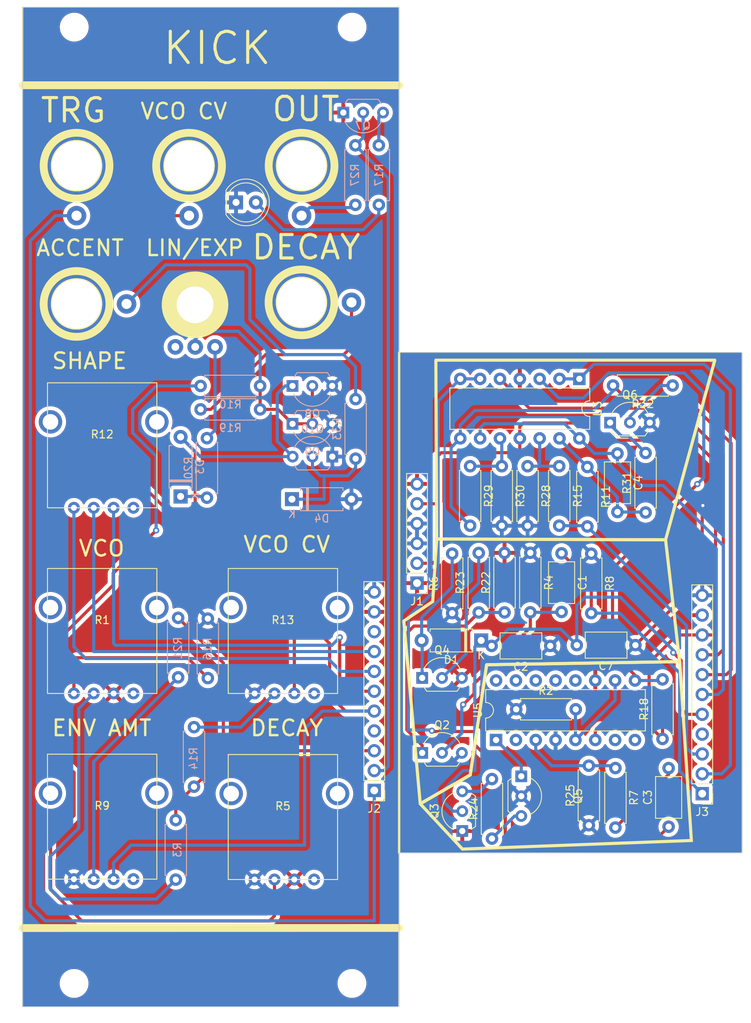
<source format=kicad_pcb>
(kicad_pcb (version 20221018) (generator pcbnew)
  (layers (0 "F.Cu" signal) (31 "B.Cu" signal) (34 "B.Paste" user) (35 "F.Paste" user) (36 "B.SilkS" user "B.Silkscreen") (37 "F.SilkS" user "F.Silkscreen") (38 "B.Mask" user) (39 "F.Mask" user) (44 "Edge.Cuts" user))
  (net 0 "")
  (net 1 "IN")
  (net 2 "GND")
  (net 3 "OUT")
  (net 4 "Net-(D1-A)")
  (net 5 "+12V")
  (net 6 "-12V")
  (net 7 "Net-(Q3-E)")
  (net 8 "Net-(Q4-B)")
  (net 9 "Net-(Q5-C)")
  (net 10 "Net-(Q5-E)")
  (net 11 "Net-(Q6-C)")
  (net 12 "SUM")
  (net 14 "Net-(R1-S)")
  (net 18 "TRI")
  (net 19 "Net-(Q2-B)")
  (net 23 "Net-(U5C-+)")
  (net 24 "Net-(R9-S)")
  (net 28 "SQR")
  (net 29 "Net-(D4-K)")
  (net 30 "Net-(R27-Pad1)")
  (net 31 "WAV")
  (net 32 "Net-(U3A-+)")
  (net 33 "Net-(Q6-B)")
  (net 35 "Net-(R2-Pad2)")
  (net 37 "AUD")
  (net 38 "Net-(Q8-B)")
  (net 39 "CAP")
  (net 40 "Net-(U3C-+)")
  (net 42 "Net-(Q2-C)")
  (net 50 "Net-(R13-S)")
  (net 51 "Net-(R13-E)")
  (net 55 "Net-(R1-A)")
  (net 56 "Net-(U3D--)")
  (net 57 "Net-(U3D-+)")
  (net 58 "Net-(D2-A)")
  (net 59 "Net-(Q7-E)")
  (net 60 "Net-(C3-Pad2)")
  (net 61 "Net-(D3-K)")
  (net 62 "Net-(R5-S)")
  (net 63 "Net-(R19-Pad1)")
  (net 64 "Net-(SW1-A)")
  (net 65 "Net-(R33-Pad1)")
  (footprint "Resistor_THT:R_Axial_DIN0207_L6.3mm_D2.5mm_P7.62mm_Horizontal" (layer "F.Cu") (at 153.08 122.9)
    (fp_text reference "R2")
    (fp_text value "100k")
  )
  (footprint "Resistor_THT:R_Axial_DIN0207_L6.3mm_D2.5mm_P7.62mm_Horizontal" (layer "F.Cu") (at 162.688434 102.975427 -90)
    (fp_text reference "R8")
    (fp_text value "100k")
  )
  (footprint "Package_TO_SOT_THT:TO-92L_Inline_Wide" (layer "F.Cu") (at 153.728434 131.485427 -90)
    (fp_text reference "Q5")
    (fp_text value "BC557")
  )
  (footprint "Resistor_THT:R_Axial_DIN0207_L6.3mm_D2.5mm_P7.62mm_Horizontal" (layer "F.Cu") (at 147.188434 91.775427 -90)
    (fp_text reference "R29")
    (fp_text value "100k")
  )
  (footprint "Resistor_THT:R_Axial_DIN0207_L6.3mm_D2.5mm_P7.62mm_Horizontal" (layer "F.Cu") (at 173.098434 81.445427 180)
    (fp_text reference "R32")
    (fp_text value "10k")
  )
  (footprint "Package_TO_SOT_THT:TO-92L_Inline_Wide" (layer "F.Cu") (at 165.098434 86.195427)
    (fp_text reference "Q6")
    (fp_text value "BC547")
  )
  (footprint "Resistor_THT:R_Axial_DIN0207_L6.3mm_D2.5mm_P7.62mm_Horizontal" (layer "F.Cu") (at 151.588434 110.495427 90)
    (fp_text reference "R22")
    (fp_text value "10k")
  )
  (footprint "Library:AlpsPot" (layer "F.Cu") (at 96.475 97.1)
    (fp_text reference "R12")
    (fp_text value "AlpsPot")
  )
  (footprint "Resistor_THT:R_Axial_DIN0207_L6.3mm_D2.5mm_P7.62mm_Horizontal" (layer "F.Cu") (at 144.888434 110.595427 90)
    (fp_text reference "R6")
    (fp_text value "100k")
  )
  (footprint "Library:AlpsPot" (layer "F.Cu") (at 119.605 144.698)
    (fp_text reference "R5")
    (fp_text value "AlpsPot")
  )
  (footprint "Library:aux_flush" (layer "F.Cu") (at 125.615 53.3 90)
    (fp_text reference "U6" hide)
    (fp_text value "Aux_flush")
  )
  (footprint "Capacitor_THT:C_Axial_L5.1mm_D3.1mm_P7.50mm_Horizontal" (layer "F.Cu") (at 172.588434 137.935427 90)
    (fp_text reference "C3")
    (fp_text value "470nF or omit")
  )
  (footprint "Capacitor_THT:C_Axial_L5.1mm_D3.1mm_P7.50mm_Horizontal" (layer "F.Cu") (at 158.888434 102.935427 -90)
    (fp_text reference "C1")
    (fp_text value "10n")
  )
  (footprint "MountingHole:MountingHole_3.2mm_M3" (layer "F.Cu") (at 132.08 35.56)
    (fp_text reference "REF**" hide)
    (fp_text value "MountingHole_3.2mm_M3")
  )
  (footprint "Package_TO_SOT_THT:TO-92L_Inline_Wide" (layer "F.Cu") (at 141.048434 128.485427)
    (fp_text reference "Q2")
    (fp_text value "BC547")
  )
  (footprint "Capacitor_THT:C_Axial_L5.1mm_D3.1mm_P7.50mm_Horizontal" (layer "F.Cu") (at 157.438434 114.785427 180)
    (fp_text reference "C2")
    (fp_text value "5n")
  )
  (footprint "MountingHole:MountingHole_3.2mm_M3" (layer "F.Cu") (at 96.5 158)
    (fp_text reference "REF**" hide)
    (fp_text value "MountingHole_3.2mm_M3")
  )
  (footprint "MountingHole:MountingHole_3.2mm_M3" (layer "F.Cu") (at 132.06 158)
    (fp_text reference "REF**" hide)
    (fp_text value "MountingHole_3.2mm_M3")
  )
  (footprint "Connector_PinHeader_2.54mm:PinHeader_1x06_P2.54mm_Vertical" (layer "F.Cu") (at 140.388434 106.745427 180)
    (fp_text reference "J1")
    (fp_text value "Conn_01x06_Pin")
  )
  (footprint "Resistor_THT:R_Axial_DIN0207_L6.3mm_D2.5mm_P7.62mm_Horizontal" (layer "F.Cu") (at 158.588434 91.775427 -90)
    (fp_text reference "R15")
    (fp_text value "47k")
  )
  (footprint "Library:SPDT Mini" (layer "F.Cu") (at 111.979484 71.11011)
    (fp_text reference "SW1" hide)
    (fp_text value "SW_SPDT")
  )
  (footprint "Resistor_THT:R_Axial_DIN0207_L6.3mm_D2.5mm_P7.62mm_Horizontal" (layer "F.Cu") (at 154.538434 91.775427 -90)
    (fp_text reference "R28")
    (fp_text value "47k")
  )
  (footprint "Resistor_THT:R_Axial_DIN0207_L6.3mm_D2.5mm_P7.62mm_Horizontal" (layer "F.Cu") (at 149.978434 139.455427 90)
    (fp_text reference "R24")
    (fp_text value "100k")
  )
  (footprint "Resistor_THT:R_Axial_DIN0207_L6.3mm_D2.5mm_P7.62mm_Horizontal" (layer "F.Cu") (at 154.888434 102.865427 -90)
    (fp_text reference "R4")
    (fp_text value "100k")
  )
  (footprint "Resistor_THT:R_Axial_DIN0207_L6.3mm_D2.5mm_P7.62mm_Horizontal" (layer "F.Cu") (at 148.288434 110.505427 90)
    (fp_text reference "R23")
    (fp_text value "10k")
  )
  (footprint "Package_DIP:DIP-16_W7.62mm" (layer "F.Cu") (at 150.503434 126.835427 90)
    (fp_text reference "U5")
    (fp_text value "LM13700")
  )
  (footprint "MountingHole:MountingHole_3.2mm_M3" (layer "F.Cu") (at 96.52 35.56)
    (fp_text reference "REF**" hide)
    (fp_text value "MountingHole_3.2mm_M3")
  )
  (footprint "Package_TO_SOT_THT:TO-92L_Inline_Wide" (layer "F.Cu") (at 146.178434 138.485427 90)
    (fp_text reference "Q3")
    (fp_text value "BC547")
  )
  (footprint "Capacitor_THT:C_Axial_L5.1mm_D3.1mm_P7.50mm_Horizontal" (layer "F.Cu") (at 168.338434 114.685427 180)
    (fp_text reference "C7")
    (fp_text value "5n")
  )
  (footprint "Capacitor_THT:C_Axial_L5.1mm_D3.1mm_P7.50mm_Horizontal" (layer "F.Cu") (at 166.038434 90.145427 -90)
    (fp_text reference "C4")
    (fp_text value "2 to 10nF")
  )
  (footprint "LED_THT:LED_D5.0mm" (layer "F.Cu") (at 117.225 58)
    (fp_text reference "D2" hide)
    (fp_text value "LED")
  )
  (footprint "Resistor_THT:R_Axial_DIN0207_L6.3mm_D2.5mm_P7.62mm_Horizontal" (layer "F.Cu") (at 162.378434 137.745427 90)
    (fp_text reference "R25")
    (fp_text value "1k")
  )
  (footprint "Package_DIP:DIP-14_W7.62mm" (layer "F.Cu") (at 161.163434 80.595427 -90)
    (fp_text reference "U3")
    (fp_text value "TL074")
  )
  (footprint "Connector_PinHeader_2.54mm:PinHeader_1x11_P2.54mm_Vertical" (layer "F.Cu") (at 176.888434 133.705427 180)
    (fp_text reference "J3")
    (fp_text value "Conn_01x11_Pin")
  )
  (footprint "Resistor_THT:R_Axial_DIN0207_L6.3mm_D2.5mm_P7.62mm_Horizontal" (layer "F.Cu") (at 171.808434 126.695427 90)
    (fp_text reference "R18")
    (fp_text value "100k")
  )
  (footprint "Library:aux_flush" (layer "F.Cu") (at 96.815 53.3 90)
    (fp_text reference "U2" hide)
    (fp_text value "Aux_flush")
  )
  (footprint "Library:aux_flush" (layer "F.Cu") (at 111.215 53.3 90)
    (fp_text reference "U1" hide)
    (fp_text value "Aux_flush")
  )
  (footprint "Library:AlpsPot" (layer "F.Cu") (at 96.475 120.8745)
    (fp_text reference "R1")
    (fp_text value "AlpsPot")
  )
  (footprint "Library:aux_flush" (layer "F.Cu") (at 96.815 71.000351 180)
    (fp_text reference "U7" hide)
    (fp_text value "Aux_flush")
  )
  (footprint "Connector_PinHeader_2.54mm:PinHeader_1x11_P2.54mm_Vertical" (layer "F.Cu") (at 134.915 133.29 180)
    (fp_text reference "J2")
    (fp_text value "Conn_01x11_Pin")
  )
  (footprint "Resistor_THT:R_Axial_DIN0207_L6.3mm_D2.5mm_P7.62mm_Horizontal" (layer "F.Cu") (at 151.238434 91.775427 -90)
    (fp_text reference "R30")
    (fp_text value "100k")
  )
  (footprint "Diode_THT:D_A-405_P7.62mm_Horizontal" (layer "F.Cu") (at 148.598434 114.085427 180)
    (fp_text reference "D1")
    (fp_text value "D")
  )
  (footprint "Resistor_THT:R_Axial_DIN0207_L6.3mm_D2.5mm_P7.62mm_Horizontal" (layer "F.Cu") (at 162.188434 91.875427 -90)
    (fp_text reference "R11")
    (fp_text value "100k")
  )
  (footprint "Library:AlpsPot" (layer "F.Cu") (at 96.475 144.649)
    (fp_text reference "R9")
    (fp_text value "AlpsPot")
  )
  (footprint "Resistor_THT:R_Axial_DIN0207_L6.3mm_D2.5mm_P7.62mm_Horizontal" (layer "F.Cu") (at 169.638434 97.705427 90)
    (fp_text reference "R31")
    (fp_text value "47k")
  )
  (footprint "Library:aux_flush" (layer "F.Cu") (at 125.6 70.8 180)
    (fp_text reference "U8" hide)
    (fp_text value "Aux_flush")
  )
  (footprint "Library:AlpsPot" (layer "F.Cu") (at 119.605 120.8735)
    (fp_text reference "R13")
    (fp_text value "AlpsPot")
  )
  (footprint "Resistor_THT:R_Axial_DIN0207_L6.3mm_D2.5mm_P7.62mm_Horizontal" (layer "F.Cu") (at 165.778434 130.425427 -90)
    (fp_text reference "R7")
    (fp_text value "100k")
  )
  (footprint "Package_TO_SOT_THT:TO-92L_Inline_Wide" (layer "F.Cu") (at 141.048434 118.885427)
    (fp_text reference "Q4")
    (fp_text value "BC557")
  )
  (footprint "Package_TO_SOT_THT:TO-92L_Inline_Wide" (layer "B.Cu") (at 124.45 81.5)
    (fp_text reference "Q8")
    (fp_text value "BC547")
  )
  (footprint "Resistor_THT:R_Axial_DIN0207_L6.3mm_D2.5mm_P7.62mm_Horizontal" (layer "B.Cu") (at 113.5 88.19 -90)
    (fp_text reference "R20")
    (fp_text value "100k")
  )
  (footprint "Package_TO_SOT_THT:TO-92L_Inline_Wide" (layer "B.Cu") (at 130.96 46.5)
    (fp_text reference "Q7")
    (fp_text value "BC547")
  )
  (footprint "Resistor_THT:R_Axial_DIN0207_L6.3mm_D2.5mm_P7.62mm_Horizontal" (layer "B.Cu") (at 113.615 111.29 -90)
    (fp_text reference "R16")
    (fp_text value "1k")
  )
  (footprint "Resistor_THT:R_Axial_DIN0207_L6.3mm_D2.5mm_P7.62mm_Horizontal" (layer "B.Cu") (at 112.69 81.5)
    (fp_text reference "R10")
    (fp_text value "100k")
  )
  (footprint "Resistor_THT:R_Axial_DIN0207_L6.3mm_D2.5mm_P7.62mm_Horizontal" (layer "B.Cu") (at 135.5 58.31 90)
    (fp_text reference "R17")
    (fp_text value "2k2")
  )
  (footprint "Resistor_THT:R_Axial_DIN0207_L6.3mm_D2.5mm_P7.62mm_Horizontal" (layer "B.Cu") (at 112.69 84.5)
    (fp_text reference "R19")
    (fp_text value "100k")
  )
  (footprint "Resistor_THT:R_Axial_DIN0207_L6.3mm_D2.5mm_P7.62mm_Horizontal" (layer "B.Cu") (at 109.515 144.71 90)
    (fp_text reference "R3")
    (fp_text value "100k" hide)
  )
  (footprint "Resistor_THT:R_Axial_DIN0207_L6.3mm_D2.5mm_P7.62mm_Horizontal" (layer "B.Cu") (at 109.815 111.19 -90)
    (fp_text reference "R21")
    (fp_text value "100k")
  )
  (footprint "Diode_THT:D_A-405_P7.62mm_Horizontal" (layer "B.Cu") (at 110.13 95.65 90)
    (fp_text reference "D3")
    (fp_text value "D")
  )
  (footprint "Package_TO_SOT_THT:TO-92L_Inline_Wide" (layer "B.Cu") (at 124.45 86.35)
    (fp_text reference "Q9")
    (fp_text value "BC547")
  )
  (footprint "Diode_THT:D_A-405_P7.62mm_Horizontal" (layer "B.Cu") (at 124.38 96)
    (fp_text reference "D4")
    (fp_text value "D")
  )
  (footprint "Resistor_THT:R_Axial_DIN0207_L6.3mm_D2.5mm_P7.62mm_Horizontal" (layer "B.Cu") (at 132.5 58.31 90)
    (fp_text reference "R27")
    (fp_text value "1k")
  )
  (footprint "Package_TO_SOT_THT:TO-92L_Inline_Wide" (layer "B.Cu") (at 129.55 90.55 180)
    (fp_text reference "Q10")
    (fp_text value "BC557")
  )
  (footprint "Resistor_THT:R_Axial_DIN0207_L6.3mm_D2.5mm_P7.62mm_Horizontal" (layer "B.Cu") (at 111.845 125.19 -90)
    (fp_text reference "R14")
    (fp_text value "100k")
  )
  (footprint "Resistor_THT:R_Axial_DIN0207_L6.3mm_D2.5mm_P7.62mm_Horizontal" (layer "B.Cu") (at 132.53 83.19 -90)
    (fp_text reference "R33")
    (fp_text value "1k")
  )
  (gr_poly (pts (xy 149.3 117.2) (xy 147.2 131.3) (xy 140.8 135) (xy 146.2 140.8) (xy 175.5 139.7) (xy 174 116.8)) (stroke (width 0.4)) (fill none) (layer "F.SilkS"))
  (gr_line (start 89.915 43) (end 89.915 33) (stroke (width 0.15)) (layer "F.SilkS"))
  (gr_line (start 138.1 77.2) (end 138.1 141.3) (stroke (width 0.3)) (layer "F.SilkS"))
  (gr_line (start 89.915 43) (end 138.095 43.01) (stroke (width 1)) (layer "F.SilkS"))
  (gr_poly (pts (xy 140.8 135) (xy 138.7 111.6) (xy 142.4 109.1) (xy 142.9 101.1) (xy 172.2 101.2) (xy 174 116.8) (xy 149.3 117.2) (xy 147.2 131.3)) (stroke (width 0.4)) (fill none) (layer "F.SilkS"))
  (gr_line (start 138.085 150.9) (end 89.885 150.91) (stroke (width 1)) (layer "F.SilkS"))
  (gr_poly (pts (xy 142.9 101.1) (xy 172.2 101.2) (xy 178.5 78.2) (xy 142.8 78.2)) (stroke (width 0.4)) (fill none) (layer "F.SilkS"))
  (gr_line (start 138.085 150.9) (end 138.085 160.9) (stroke (width 0.15)) (layer "F.SilkS"))
  (gr_line (start 138.1 33) (end 138.1 77.2) (stroke (width 0.1)) (layer "Edge.Cuts"))
  (gr_line (start 182 77.2) (end 182 141.3) (stroke (width 0.1)) (layer "Edge.Cuts"))
  (gr_line (start 138.1 141.3) (end 138.1 161) (stroke (width 0.1)) (layer "Edge.Cuts"))
  (gr_line (start 138.1 161) (end 89.9 161) (stroke (width 0.1)) (layer "Edge.Cuts"))
  (gr_line (start 182 141.3) (end 138.1 141.3) (stroke (width 0.1)) (layer "Edge.Cuts"))
  (gr_line (start 89.9 161) (end 89.9 33) (stroke (width 0.1)) (layer "Edge.Cuts"))
  (gr_line (start 138.1 77.2) (end 182 77.2) (stroke (width 0.1)) (layer "Edge.Cuts"))
  (gr_line (start 89.9 33) (end 138.1 33) (stroke (width 0.1)) (layer "Edge.Cuts"))
  (gr_text "KICK" (at 107.6 40.6) (layer "F.SilkS") (effects (font (size 4 4) (thickness 0.4)) (justify left bottom)))
  (gr_text "VCO CV" (at 118 102.97) (layer "F.SilkS") (effects (font (size 2 2) (thickness 0.3)) (justify left bottom)))
  (gr_text "ACCENT\n" (at 91.5 65) (layer "F.SilkS") (effects (font (size 2 2) (thickness 0.3)) (justify left bottom)))
  (gr_text "TRG" (at 92 47.97) (layer "F.SilkS") (effects (font (size 3 3) (thickness 0.4)) (justify left bottom)))
  (gr_text "ENV AMT" (at 93.5 126.47) (layer "F.SilkS") (effects (font (size 2 2) (thickness 0.3)) (justify left bottom)))
  (gr_text "DECAY" (at 119 65.5) (layer "F.SilkS") (effects (font (size 3 3) (thickness 0.4)) (justify left bottom)))
  (gr_text "SHAPE\n" (at 93.5 79.47) (layer "F.SilkS") (effects (font (size 2 2) (thickness 0.3)) (justify left bottom)))
  (gr_text "LIN/EXP\n" (at 105.5 65) (layer "F.SilkS") (effects (font (size 2 2) (thickness 0.3)) (justify left bottom)))
  (gr_text "DECAY" (at 118.904762 126.47) (layer "F.SilkS") (effects (font (size 2 2) (thickness 0.3)) (justify left bottom)))
  (gr_text "VCO\n" (at 96.928572 103.47) (layer "F.SilkS") (effects (font (size 2 2) (thickness 0.3)) (justify left bottom)))
  (gr_text "OUT" (at 121.615 47.8) (layer "F.SilkS") (effects (font (size 3 3) (thickness 0.4)) (justify left bottom)))
  (gr_text "VCO CV" (at 104.826904 47.5) (layer "F.SilkS") (effects (font (size 2 2) (thickness 0.3)) (justify left bottom)))
  (segment (start 162.688434 110.595427) (end 162.688434 106.735427) (width 0.4) (layer "F.Cu") (net 1))
  (segment (start 162.688434 106.735427) (end 158.888434 102.935427) (width 0.4) (layer "F.Cu") (net 1))
  (segment (start 134.915 149.985) (end 92.785 149.985) (width 0.4) (layer "B.Cu") (net 1))
  (segment (start 92.785 149.985) (end 90.9 148.1) (width 0.4) (layer "B.Cu") (net 1))
  (segment (start 90.9 148.1) (end 90.9 62.9) (width 0.4) (layer "B.Cu") (net 1))
  (segment (start 94.1 59.7) (end 96.815 59.7) (width 0.4) (layer "B.Cu") (net 1))
  (segment (start 90.9 62.9) (end 94.1 59.7) (width 0.4) (layer "B.Cu") (net 1))
  (segment (start 166.338434 110.595427) (end 174 118.256993) (width 0.4) (layer "B.Cu") (net 1))
  (segment (start 174 118.256993) (end 174 130.816993) (width 0.4) (layer "B.Cu") (net 1))
  (segment (start 134.915 133.29) (end 134.915 149.985) (width 0.4) (layer "B.Cu") (net 1))
  (segment (start 162.688434 110.595427) (end 166.338434 110.595427) (width 0.4) (layer "B.Cu") (net 1))
  (segment (start 174 130.816993) (end 176.888434 133.705427) (width 0.4) (layer "B.Cu") (net 1))
  (segment (start 176.888434 108.305427) (end 174.718434 108.305427) (width 0.4) (layer "F.Cu") (net 2))
  (segment (start 174.718434 108.305427) (end 168.338434 114.685427) (width 0.4) (layer "F.Cu") (net 2))
  (segment (start 176.968434 96.815427) (end 176.888434 96.895427) (width 0.4) (layer "F.Cu") (net 2))
  (segment (start 176.888434 96.895427) (end 176.888434 108.305427) (width 0.4) (layer "F.Cu") (net 2))
  (via (at 176.968434 96.815427) (size 0.8) (drill 0.4) (layers "F.Cu" "B.Cu") (net 2))
  (segment (start 176.608434 96.805427) (end 176.928434 96.805427) (width 0.4) (layer "B.Cu") (net 2))
  (segment (start 170.178434 86.195427) (end 174.118434 90.135427) (width 0.4) (layer "B.Cu") (net 2))
  (segment (start 176.928434 96.805427) (end 176.968434 96.815427) (width 0.4) (layer "B.Cu") (net 2))
  (segment (start 174.118434 90.135427) (end 174.118434 94.315427) (width 0.4) (layer "B.Cu") (net 2))
  (segment (start 176.948434 96.805427) (end 176.938434 96.805427) (width 0.4) (layer "B.Cu") (net 2))
  (segment (start 174.118434 94.315427) (end 176.608434 96.805427) (width 0.4) (layer "B.Cu") (net 2))
  (segment (start 176.968434 96.815427) (end 176.948434 96.805427) (width 0.4) (layer "B.Cu") (net 2))
  (segment (start 136.15 130.75) (end 136.7 130.2) (width 0.4) (layer "B.Cu") (net 3))
  (segment (start 133.5 49.69) (end 132.5 50.69) (width 0.4) (layer "B.Cu") (net 3))
  (segment (start 180.488434 82.045427) (end 177.168434 78.725427) (width 0.4) (layer "B.Cu") (net 3))
  (segment (start 180.488434 130.045427) (end 180.488434 82.045427) (width 0.4) (layer "B.Cu") (net 3))
  (segment (start 179.368434 131.165427) (end 180.488434 130.045427) (width 0.4) (layer "B.Cu") (net 3))
  (segment (start 176.888434 131.165427) (end 179.368434 131.165427) (width 0.4) (layer "B.Cu") (net 3))
  (segment (start 161.163434 80.595427) (end 158.623434 80.595427) (width 0.4) (layer "B.Cu") (net 3))
  (segment (start 136.7 54.89) (end 132.5 50.69) (width 0.4) (layer "B.Cu") (net 3))
  (segment (start 163.033434 78.725427) (end 161.163434 80.595427) (width 0.4) (layer "B.Cu") (net 3))
  (segment (start 134.915 130.75) (end 136.15 130.75) (width 0.4) (layer "B.Cu") (net 3))
  (segment (start 177.168434 78.725427) (end 163.033434 78.725427) (width 0.4) (layer "B.Cu") (net 3))
  (segment (start 136.7 130.2) (end 136.7 54.89) (width 0.4) (layer "B.Cu") (net 3))
  (segment (start 133.5 46.5) (end 133.5 49.69) (width 0.4) (layer "B.Cu") (net 3))
  (segment (start 141.048434 118.885427) (end 141.048434 114.155427) (width 0.4) (layer "B.Cu") (net 4))
  (segment (start 140.978434 111.155427) (end 140.978434 114.085427) (width 0.4) (layer "B.Cu") (net 4))
  (segment (start 144.888434 107.245427) (end 140.978434 111.155427) (width 0.4) (layer "B.Cu") (net 4))
  (segment (start 144.888434 102.975427) (end 144.888434 107.245427) (width 0.4) (layer "B.Cu") (net 4))
  (segment (start 141.048434 114.155427) (end 140.978434 114.085427) (width 0.4) (layer "B.Cu") (net 4))
  (segment (start 176.888434 113.345427) (end 177.088434 113.145427) (width 0.4) (layer "F.Cu") (net 6))
  (segment (start 153.543434 89.890427) (end 153.543434 88.215427) (width 0.4) (layer "F.Cu") (net 6))
  (segment (start 178.248434 113.385427) (end 178.588434 113.045427) (width 0.4) (layer "F.Cu") (net 6))
  (segment (start 142.988434 103.645427) (end 142.988434 96.645427) (width 0.4) (layer "F.Cu") (net 6))
  (segment (start 176.888434 113.385427) (end 178.248434 113.385427) (width 0.4) (layer "F.Cu") (net 6))
  (segment (start 171.808434 126.695427) (end 171.808434 122.365427) (width 0.4) (layer "F.Cu") (net 6))
  (segment (start 170.258434 125.145427) (end 171.808434 126.695427) (width 0.4) (layer "F.Cu") (net 6))
  (segment (start 171.808434 122.365427) (end 170.088434 120.645427) (width 0.4) (layer "F.Cu") (net 6))
  (segment (start 175.788434 88.445427) (end 164.088434 88.445427) (width 0.4) (layer "F.Cu") (net 6))
  (segment (start 153.388434 90.045427) (end 153.543434 89.890427) (width 0.4) (layer "F.Cu") (net 6))
  (segment (start 142.988434 96.645427) (end 142.928434 96.585427) (width 0.4) (layer "F.Cu") (net 6))
  (segment (start 153.543434 86.690427) (end 153.543434 88.215427) (width 0.4) (layer "F.Cu") (net 6))
  (segment (start 142.928434 96.585427) (end 140.388434 96.585427) (width 0.4) (layer "F.Cu") (net 6))
  (segment (start 163.203434 126.835427) (end 163.203434 125.730427) (width 0.4) (layer "F.Cu") (net 6))
  (segment (start 140.388434 104.205427) (end 142.428434 104.205427) (width 0.4) (layer "F.Cu") (net 6))
  (segment (start 142.428434 104.205427) (end 142.988434 103.645427) (width 0.4) (layer "F.Cu") (net 6))
  (segment (start 163.203434 125.730427) (end 163.788434 125.145427) (width 0.4) (layer "F.Cu") (net 6))
  (segment (start 173.648434 113.385427) (end 176.888434 113.385427) (width 0.4) (layer "F.Cu") (net 6))
  (segment (start 170.088434 120.645427) (end 170.088434 116.945427) (width 0.4) (layer "F.Cu") (net 6))
  (segment (start 178.588434 113.045427) (end 178.588434 91.245427) (width 0.4) (layer "F.Cu") (net 6))
  (segment (start 143.488434 90.045427) (end 153.388434 90.045427) (width 0.4) (layer "F.Cu") (net 6))
  (segment (start 164.088434 88.445427) (end 161.888434 86.245427) (width 0.4) (layer "F.Cu") (net 6))
  (segment (start 153.988434 86.245427) (end 153.543434 86.690427) (width 0.4) (layer "F.Cu") (net 6))
  (segment (start 170.088434 116.945427) (end 173.648434 113.385427) (width 0.4) (layer "F.Cu") (net 6))
  (segment (start 142.928434 90.605427) (end 143.488434 90.045427) (width 0.4) (layer "F.Cu") (net 6))
  (segment (start 163.788434 125.145427) (end 170.258434 125.145427) (width 0.4) (layer "F.Cu") (net 6))
  (segment (start 142.928434 96.585427) (end 142.928434 90.605427) (width 0.4) (layer "F.Cu") (net 6))
  (segment (start 161.888434 86.245427) (end 153.988434 86.245427) (width 0.4) (layer "F.Cu") (net 6))
  (segment (start 178.588434 91.245427) (end 175.788434 88.445427) (width 0.4) (layer "F.Cu") (net 6))
  (segment (start 148.408434 133.405427) (end 149.978434 131.835427) (width 0.4) (layer "B.Cu") (net 7))
  (segment (start 146.178434 133.405427) (end 148.408434 133.405427) (width 0.4) (layer "B.Cu") (net 7))
  (segment (start 148.288434 106.745427) (end 146.688434 108.345427) (width 0.4) (layer "B.Cu") (net 8))
  (segment (start 148.288434 102.885427) (end 148.288434 106.745427) (width 0.4) (layer "B.Cu") (net 8))
  (segment (start 146.688434 108.345427) (end 146.688434 115.785427) (width 0.4) (layer "B.Cu") (net 8))
  (segment (start 146.688434 115.785427) (end 143.588434 118.885427) (width 0.4) (layer "B.Cu") (net 8))
  (segment (start 153.728434 131.485427) (end 153.728434 130.060427) (width 0.4) (layer "B.Cu") (net 9))
  (segment (start 153.728434 130.060427) (end 150.503434 126.835427) (width 0.4) (layer "B.Cu") (net 9))
  (segment (start 149.978434 139.455427) (end 152.868434 136.565427) (width 0.4) (layer "B.Cu") (net 10))
  (segment (start 152.868434 136.565427) (end 153.728434 136.565427) (width 0.4) (layer "B.Cu") (net 10))
  (segment (start 165.098434 86.455427) (end 166.588434 87.945427) (width 0.4) (layer "B.Cu") (net 11))
  (segment (start 166.588434 87.945427) (end 167.498434 87.945427) (width 0.4) (layer "B.Cu") (net 11))
  (segment (start 165.098434 86.195427) (end 165.098434 86.455427) (width 0.4) (layer "B.Cu") (net 11))
  (segment (start 167.498434 87.945427) (end 169.638434 90.085427) (width 0.4) (layer "B.Cu") (net 11))
  (segment (start 115.61 128.21) (end 115.6 128.2) (width 0.4) (layer "F.Cu") (net 12))
  (segment (start 109.815 111.19) (end 115.6 116.975) (width 0.4) (layer "F.Cu") (net 12))
  (segment (start 134.915 128.21) (end 115.61 128.21) (width 0.4) (layer "F.Cu") (net 12))
  (segment (start 109.515 137.09) (end 109.515 135.14) (width 0.4) (layer "F.Cu") (net 12))
  (segment (start 115.6 129.055) (end 111.845 132.81) (width 0.4) (layer "F.Cu") (net 12))
  (segment (start 115.6 128.2) (end 115.6 129.055) (width 0.4) (layer "F.Cu") (net 12))
  (segment (start 109.515 135.14) (end 111.845 132.81) (width 0.4) (layer "F.Cu") (net 12))
  (segment (start 115.6 116.975) (end 115.6 128.2) (width 0.4) (layer "F.Cu") (net 12))
  (segment (start 158.588434 99.395427) (end 162.088434 99.395427) (width 0.4) (layer "B.Cu") (net 12))
  (segment (start 175.668434 128.625427) (end 174.888434 127.845427) (width 0.4) (layer "B.Cu") (net 12))
  (segment (start 174.888434 112.195427) (end 162.188434 99.495427) (width 0.4) (layer "B.Cu") (net 12))
  (segment (start 162.088434 99.395427) (end 162.188434 99.495427) (width 0.4) (layer "B.Cu") (net 12))
  (segment (start 176.888434 128.625427) (end 175.668434 128.625427) (width 0.4) (layer "B.Cu") (net 12))
  (segment (start 174.888434 127.845427) (end 174.888434 112.195427) (width 0.4) (layer "B.Cu") (net 12))
  (segment (start 93.4 145.8) (end 93.4 141.8) (width 0.4) (layer "B.Cu") (net 14))
  (segment (start 97.1 138.1) (end 97.1 122.7895) (width 0.4) (layer "B.Cu") (net 14))
  (segment (start 94.8 147.2) (end 93.4 145.8) (width 0.4) (layer "B.Cu") (net 14))
  (segment (start 93.4 141.8) (end 97.1 138.1) (width 0.4) (layer "B.Cu") (net 14))
  (segment (start 107.025 147.2) (end 94.8 147.2) (width 0.4) (layer "B.Cu") (net 14))
  (segment (start 109.515 144.71) (end 107.025 147.2) (width 0.4) (layer "B.Cu") (net 14))
  (segment (start 97.1 122.7895) (end 99.015 120.8745) (width 0.4) (layer "B.Cu") (net 14))
  (segment (start 130.89 120.59) (end 130.5 120.2) (width 0.4) (layer "F.Cu") (net 18))
  (segment (start 134.915 120.59) (end 130.89 120.59) (width 0.4) (layer "F.Cu") (net 18))
  (segment (start 130.5 120.2) (end 130.5 113.7) (width 0.4) (layer "F.Cu") (net 18))
  (via (at 130.5 113.7) (size 0.8) (drill 0.4) (layers "F.Cu" "B.Cu") (net 18))
  (segment (start 163.093434 90.145427) (end 161.163434 88.215427) (width 0.4) (layer "B.Cu") (net 18))
  (segment (start 168.988434 94.245427) (end 171.888434 94.245427) (width 0.4) (layer "B.Cu") (net 18))
  (segment (start 101.8 114.7) (end 129.5 114.7) (width 0.4) (layer "B.Cu") (net 18))
  (segment (start 166.038434 91.295427) (end 168.988434 94.245427) (width 0.4) (layer "B.Cu") (net 18))
  (segment (start 148.988434 86.345427) (end 159.293434 86.345427) (width 0.4) (layer "B.Cu") (net 18))
  (segment (start 166.038434 90.145427) (end 166.038434 91.295427) (width 0.4) (layer "B.Cu") (net 18))
  (segment (start 159.293434 86.345427) (end 161.163434 88.215427) (width 0.4) (layer "B.Cu") (net 18))
  (segment (start 171.888434 94.245427) (end 179.588434 101.945427) (width 0.4) (layer "B.Cu") (net 18))
  (segment (start 101.555 114.455) (end 101.8 114.7) (width 0.4) (layer "B.Cu") (net 18))
  (segment (start 148.463434 86.870427) (end 148.988434 86.345427) (width 0.4) (layer "B.Cu") (net 18))
  (segment (start 179.588434 101.945427) (end 179.588434 120.345427) (width 0.4) (layer "B.Cu") (net 18))
  (segment (start 129.5 114.7) (end 130.5 113.7) (width 0.4) (layer "B.Cu") (net 18))
  (segment (start 178.928434 121.005427) (end 176.888434 121.005427) (width 0.4) (layer "B.Cu") (net 18))
  (segment (start 148.463434 88.215427) (end 148.463434 86.870427) (width 0.4) (layer "B.Cu") (net 18))
  (segment (start 101.555 97.1) (end 101.555 114.455) (width 0.4) (layer "B.Cu") (net 18))
  (segment (start 179.588434 120.345427) (end 178.928434 121.005427) (width 0.4) (layer "B.Cu") (net 18))
  (segment (start 166.038434 90.145427) (end 163.093434 90.145427) (width 0.4) (layer "B.Cu") (net 18))
  (segment (start 147.688434 119.645427) (end 154.888434 112.445427) (width 0.4) (layer "F.Cu") (net 19))
  (segment (start 147.688434 120.911566) (end 147.688434 119.645427) (width 0.4) (layer "F.Cu") (net 19))
  (segment (start 154.888434 112.445427) (end 154.888434 110.485427) (width 0.4) (layer "F.Cu") (net 19))
  (segment (start 146.3 122.3) (end 147.688434 120.911566) (width 0.4) (layer "F.Cu") (net 19))
  (via (at 146.3 122.3) (size 0.8) (drill 0.4) (layers "F.Cu" "B.Cu") (net 19))
  (segment (start 146.118434 125.955427) (end 143.588434 128.485427) (width 0.4) (layer "B.Cu") (net 19))
  (segment (start 154.888434 110.485427) (end 158.838434 110.485427) (width 0.4) (layer "B.Cu") (net 19))
  (segment (start 146.3 122.3) (end 146.118434 122.481566) (width 0.4) (layer "B.Cu") (net 19))
  (segment (start 146.118434 122.481566) (end 146.118434 125.955427) (width 0.4) (layer "B.Cu") (net 19))
  (segment (start 158.838434 110.485427) (end 158.888434 110.435427) (width 0.4) (layer "B.Cu") (net 19))
  (segment (start 162.378434 130.125427) (end 165.788434 130.125427) (width 0.4) (layer "B.Cu") (net 23))
  (segment (start 165.778434 130.425427) (end 165.778434 130.135427) (width 0.4) (layer "B.Cu") (net 23))
  (segment (start 157.625427 130.125427) (end 162.378434 130.125427) (width 0.4) (layer "B.Cu") (net 23))
  (segment (start 155.583434 126.835427) (end 155.583434 128.083434) (width 0.4) (layer "B.Cu") (net 23))
  (segment (start 155.583434 128.083434) (end 157.625427 130.125427) (width 0.4) (layer "B.Cu") (net 23))
  (segment (start 165.778434 130.135427) (end 165.788434 130.125427) (width 0.4) (layer "B.Cu") (net 23))
  (segment (start 99.015 129.61) (end 109.815 118.81) (width 0.4) (layer "B.Cu") (net 24))
  (segment (start 99.015 144.649) (end 99.015 129.61) (width 0.4) (layer "B.Cu") (net 24))
  (segment (start 179.968434 118.465427) (end 180.588434 117.845427) (width 0.4) (layer "F.Cu") (net 28))
  (segment (start 180.588434 117.845427) (end 180.588434 88.845427) (width 0.4) (layer "F.Cu") (net 28))
  (segment (start 176.888434 118.465427) (end 179.968434 118.465427) (width 0.4) (layer "F.Cu") (net 28))
  (segment (start 167.478434 83.445427) (end 165.478434 81.445427) (width 0.4) (layer "F.Cu") (net 28))
  (segment (start 180.588434 88.845427) (end 175.188434 83.445427) (width 0.4) (layer "F.Cu") (net 28))
  (segment (start 175.188434 83.445427) (end 167.478434 83.445427) (width 0.4) (layer "F.Cu") (net 28))
  (segment (start 147.788434 84.645427) (end 162.988434 84.645427) (width 0.4) (layer "B.Cu") (net 28))
  (segment (start 129 116.4) (end 130.65 118.05) (width 0.4) (layer "B.Cu") (net 28))
  (segment (start 144.748434 96.955427) (end 147.188434 99.395427) (width 0.4) (layer "B.Cu") (net 28))
  (segment (start 97.98 116.4) (end 129 116.4) (width 0.4) (layer "B.Cu") (net 28))
  (segment (start 145.923434 86.510427) (end 147.788434 84.645427) (width 0.4) (layer "B.Cu") (net 28))
  (segment (start 162.988434 84.645427) (end 165.478434 82.155427) (width 0.4) (layer "B.Cu") (net 28))
  (segment (start 165.478434 82.155427) (end 165.478434 81.445427) (width 0.4) (layer "B.Cu") (net 28))
  (segment (start 96.475 97.1) (end 96.475 114.895) (width 0.4) (layer "B.Cu") (net 28))
  (segment (start 145.923434 88.215427) (end 145.923434 86.510427) (width 0.4) (layer "B.Cu") (net 28))
  (segment (start 96.475 114.895) (end 97.98 116.4) (width 0.4) (layer "B.Cu") (net 28))
  (segment (start 144.748434 89.390427) (end 144.748434 96.955427) (width 0.4) (layer "B.Cu") (net 28))
  (segment (start 145.923434 88.215427) (end 144.748434 89.390427) (width 0.4) (layer "B.Cu") (net 28))
  (segment (start 130.65 118.05) (end 134.915 118.05) (width 0.4) (layer "B.Cu") (net 28))
  (segment (start 127 92) (end 127.01 91.99) (width 0.4) (layer "B.Cu") (net 29))
  (segment (start 132.53 90.81) (end 132.53 91.97) (width 0.4) (layer "B.Cu") (net 29))
  (segment (start 128 93) (end 127 92) (width 0.4) (layer "B.Cu") (net 29))
  (segment (start 132.53 91.97) (end 131.5 93) (width 0.4) (layer "B.Cu") (net 29))
  (segment (start 124.38 96) (end 128.5 96) (width 0.4) (layer "B.Cu") (net 29))
  (segment (start 128.5 96) (end 128.5 93) (width 0.4) (layer "B.Cu") (net 29))
  (segment (start 131.5 93) (end 128.5 93) (width 0.4) (layer "B.Cu") (net 29))
  (segment (start 127.01 91.99) (end 127.01 90.55) (width 0.4) (layer "B.Cu") (net 29))
  (segment (start 128.5 93) (end 128 93) (width 0.4) (layer "B.Cu") (net 29))
  (segment (start 126.655 58.66) (end 125.615 59.7) (width 0.4) (layer "B.Cu") (net 30))
  (segment (start 132.5 58.66) (end 126.655 58.66) (width 0.4) (layer "B.Cu") (net 30))
  (segment (start 179.588434 115.245427) (end 179.588434 90.245427) (width 0.4) (layer "F.Cu") (net 31))
  (segment (start 176.888434 115.925427) (end 178.908434 115.925427) (width 0.4) (layer "F.Cu") (net 31))
  (segment (start 179.588434 90.245427) (end 173.688434 84.345427) (width 0.4) (layer "F.Cu") (net 31))
  (segment (start 154.753434 84.345427) (end 151.003434 80.595427) (width 0.4) (layer "F.Cu") (net 31))
  (segment (start 178.908434 115.925427) (end 179.588434 115.245427) (width 0.4) (layer "F.Cu") (net 31))
  (segment (start 173.688434 84.345427) (end 154.753434 84.345427) (width 0.4) (layer "F.Cu") (net 31))
  (segment (start 134.915 115.51) (end 99.01 115.51) (width 0.4) (layer "B.Cu") (net 31))
  (segment (start 99.015 115.485) (end 99.015 97.1) (width 0.4) (layer "B.Cu") (net 31))
  (segment (start 99 115.5) (end 99.015 115.485) (width 0.4) (layer "B.Cu") (net 31))
  (segment (start 99.01 115.51) (end 99 115.5) (width 0.4) (layer "B.Cu") (net 31))
  (segment (start 165.408434 104.925427) (end 165.408434 115.665427) (width 0.4) (layer "F.Cu") (net 32))
  (segment (start 165.408434 115.665427) (end 168.283434 118.540427) (width 0.4) (layer "F.Cu") (net 32))
  (segment (start 168.283434 118.540427) (end 168.283434 119.215427) (width 0.4) (layer "F.Cu") (net 32))
  (segment (start 176.263434 94.070427) (end 165.408434 104.925427) (width 0.4) (layer "F.Cu") (net 32))
  (via (at 176.263434 94.070427) (size 0.8) (drill 0.4) (layers "F.Cu" "B.Cu") (net 32))
  (segment (start 174.588434 79.845427) (end 164.888434 79.845427) (width 0.4) (layer "B.Cu") (net 32))
  (segment (start 168.283434 119.215427) (end 171.668434 119.215427) (width 0.4) (layer "B.Cu") (net 32))
  (segment (start 164.888434 79.845427) (end 161.688434 83.045427) (width 0.4) (layer "B.Cu") (net 32))
  (segment (start 171.668434 119.215427) (end 171.808434 119.075427) (width 0.4) (layer "B.Cu") (net 32))
  (segment (start 161.688434 83.045427) (end 158.533434 83.045427) (width 0.4) (layer "B.Cu") (net 32))
  (segment (start 177.088434 93.245427) (end 177.088434 82.345427) (width 0.4) (layer "B.Cu") (net 32))
  (segment (start 177.088434 82.345427) (end 174.588434 79.845427) (width 0.4) (layer "B.Cu") (net 32))
  (segment (start 176.263434 94.070427) (end 177.088434 93.245427) (width 0.4) (layer "B.Cu") (net 32))
  (segment (start 158.533434 83.045427) (end 156.083434 80.595427) (width 0.4) (layer "B.Cu") (net 32))
  (segment (start 173.098434 81.445427) (end 171.598434 81.445427) (width 0.4) (layer "B.Cu") (net 33))
  (segment (start 167.638434 85.405427) (end 167.638434 86.195427) (width 0.4) (layer "B.Cu") (net 33))
  (segment (start 171.598434 81.445427) (end 167.638434 85.405427) (width 0.4) (layer "B.Cu") (net 33))
  (segment (start 165.743434 121.755427) (end 160.663434 126.835427) (width 0.4) (layer "B.Cu") (net 35))
  (segment (start 165.743434 119.215427) (end 165.743434 121.755427) (width 0.4) (layer "B.Cu") (net 35))
  (segment (start 160.663434 126.835427) (end 160.663434 122.936566) (width 0.4) (layer "B.Cu") (net 35))
  (segment (start 160.663434 122.936566) (end 160.7 122.9) (width 0.4) (layer "B.Cu") (net 35))
  (segment (start 142.288434 125.645427) (end 142.388434 125.745427) (width 0.4) (layer "F.Cu") (net 37))
  (segment (start 147.788434 127.445427) (end 151.688434 131.345427) (width 0.4) (layer "F.Cu") (net 37))
  (segment (start 170.423861 140.1) (end 172.588434 137.935427) (width 0.4) (layer "F.Cu") (net 37))
  (segment (start 142.388434 125.745427) (end 147.788434 125.745427) (width 0.4) (layer "F.Cu") (net 37))
  (segment (start 151.688434 131.345427) (end 151.688434 140.1) (width 0.4) (layer "F.Cu") (net 37))
  (segment (start 151.688434 140.1) (end 170.423861 140.1) (width 0.4) (layer "F.Cu") (net 37))
  (segment (start 147.788434 125.745427) (end 147.788434 127.445427) (width 0.4) (layer "F.Cu") (net 37))
  (via (at 142.288434 125.645427) (size 0.8) (drill 0.4) (layers "F.Cu" "B.Cu") (net 37))
  (segment (start 145.923434 80.595427) (end 148.463434 80.595427) (width 0.4) (layer "B.Cu") (net 37))
  (segment (start 142.288434 125.645427) (end 142.388434 125.545427) (width 0.4) (layer "B.Cu") (net 37))
  (segment (start 142.188434 125.545427) (end 142.288434 125.645427) (width 0.4) (layer "B.Cu") (net 37))
  (segment (start 143.088434 107.245427) (end 139.288434 111.045427) (width 0.4) (layer "B.Cu") (net 37))
  (segment (start 143.088434 83.430427) (end 143.088434 107.245427) (width 0.4) (layer "B.Cu") (net 37))
  (segment (start 139.288434 111.045427) (end 139.288434 125.545427) (width 0.4) (layer "B.Cu") (net 37))
  (segment (start 139.288434 125.545427) (end 142.188434 125.545427) (width 0.4) (layer "B.Cu") (net 37))
  (segment (start 145.923434 80.595427) (end 143.088434 83.430427) (width 0.4) (layer "B.Cu") (net 37))
  (segment (start 122.6 84.5) (end 124.45 86.35) (width 0.4) (layer "F.Cu") (net 38))
  (segment (start 120.31 81.5) (end 120.31 84.5) (width 0.4) (layer "F.Cu") (net 38))
  (segment (start 126.99 81.5) (end 126.99 86.35) (width 0.4) (layer "F.Cu") (net 38))
  (segment (start 126.99 86.35) (end 124.45 86.35) (width 0.4) (layer "F.Cu") (net 38))
  (segment (start 120.31 84.5) (end 122.6 84.5) (width 0.4) (layer "F.Cu") (net 38))
  (segment (start 120.31 77.31) (end 120.31 81.5) (width 0.4) (layer "B.Cu") (net 38))
  (segment (start 113 74.5) (end 117.5 74.5) (width 0.4) (layer "B.Cu") (net 38))
  (segment (start 112 75.5) (end 113 74.5) (width 0.4) (layer "B.Cu") (net 38))
  (segment (start 117.5 74.5) (end 120.31 77.31) (width 0.4) (layer "B.Cu") (net 38))
  (segment (start 112 76.5) (end 112 75.5) (width 0.4) (layer "B.Cu") (net 38))
  (segment (start 129.2 114.48) (end 112 97.28) (width 0.4) (layer "F.Cu") (net 39))
  (segment (start 112 97.28) (end 112 89.9) (width 0.4) (layer "F.Cu") (net 39))
  (segment (start 131.23 123.13) (end 129.2 121.1) (width 0.4) (layer "F.Cu") (net 39))
  (segment (start 173.188434 115.645427) (end 174.188434 116.645427) (width 0.4) (layer "F.Cu") (net 39))
  (segment (start 112 89.9) (end 110.13 88.03) (width 0.4) (layer "F.Cu") (net 39))
  (segment (start 129.2 121.1) (end 129.2 114.48) (width 0.4) (layer "F.Cu") (net 39))
  (segment (start 174.188434 116.645427) (end 174.188434 122.845427) (width 0.4) (layer "F.Cu") (net 39))
  (segment (start 174.888434 123.545427) (end 176.888434 123.545427) (width 0.4) (layer "F.Cu") (net 39))
  (segment (start 174.188434 122.845427) (end 174.888434 123.545427) (width 0.4) (layer "F.Cu") (net 39))
  (segment (start 134.915 123.13) (end 131.23 123.13) (width 0.4) (layer "F.Cu") (net 39))
  (via (at 173.188434 115.645427) (size 0.8) (drill 0.4) (layers "F.Cu" "B.Cu") (net 39))
  (segment (start 122.5 82.5) (end 122.5 88.58) (width 0.4) (layer "B.Cu") (net 39))
  (segment (start 152.078434 112.645427) (end 158.798434 112.645427) (width 0.4) (layer "B.Cu") (net 39))
  (segment (start 110.13 88.03) (end 112.65 90.55) (width 0.4) (layer "B.Cu") (net 39))
  (segment (start 103.8 140.3) (end 114 140.3) (width 0.4) (layer "B.Cu") (net 39))
  (segment (start 123.5 81.5) (end 122.5 82.5) (width 0.4) (layer "B.Cu") (net 39))
  (segment (start 114 140.3) (end 126 140.3) (width 0.4) (layer "B.Cu") (net 39))
  (segment (start 128.27 123.13) (end 134.915 123.13) (width 0.4) (layer "B.Cu") (net 39))
  (segment (start 143.788434 133.245427) (end 146.288434 130.745427) (width 0.4) (layer "B.Cu") (net 39))
  (segment (start 160.838434 109.595427) (end 160.838434 114.685427) (width 0.4) (layer "B.Cu") (net 39))
  (segment (start 158.798434 112.645427) (end 160.838434 114.685427) (width 0.4) (layer "B.Cu") (net 39))
  (segment (start 101.555 144.649) (end 101.555 142.545) (width 0.4) (layer "B.Cu") (net 39))
  (segment (start 173.188434 115.645427) (end 173.188434 115.345427) (width 0.4) (layer "B.Cu") (net 39))
  (segment (start 124.45 81.5) (end 123.5 81.5) (width 0.4) (layer "B.Cu") (net 39))
  (segment (start 166.388434 108.545427) (end 161.888434 108.545427) (width 0.4) (layer "B.Cu") (net 39))
  (segment (start 161.888434 108.545427) (end 160.838434 109.595427) (width 0.4) (layer "B.Cu") (net 39))
  (segment (start 149.938434 114.785427) (end 152.078434 112.645427) (width 0.4) (layer "B.Cu") (net 39))
  (segment (start 126 140.3) (end 126 125.4) (width 0.4) (layer "B.Cu") (net 39))
  (segment (start 147.788434 114.895427) (end 148.598434 114.085427) (width 0.4) (layer "B.Cu") (net 39))
  (segment (start 144.988434 135.945427) (end 143.788434 134.745427) (width 0.4) (layer "B.Cu") (net 39))
  (segment (start 122.5 88.58) (end 124.47 90.55) (width 0.4) (layer "B.Cu") (net 39))
  (segment (start 146.288434 130.745427) (end 147.788434 130.745427) (width 0.4) (layer "B.Cu") (net 39))
  (segment (start 147.788434 130.745427) (end 147.788434 114.895427) (width 0.4) (layer "B.Cu") (net 39))
  (segment (start 101.555 142.545) (end 103.8 140.3) (width 0.4) (layer "B.Cu") (net 39))
  (segment (start 126 125.4) (end 128.27 123.13) (width 0.4) (layer "B.Cu") (net 39))
  (segment (start 146.178434 135.945427) (end 144.988434 135.945427) (width 0.4) (layer "B.Cu") (net 39))
  (segment (start 112.65 90.55) (end 124.47 90.55) (width 0.4) (layer "B.Cu") (net 39))
  (segment (start 114.015 140.285) (end 114 140.3) (width 0.4) (layer "B.Cu") (net 39))
  (segment (start 143.788434 134.745427) (end 143.788434 133.245427) (width 0.4) (layer "B.Cu") (net 39))
  (segment (start 173.188434 115.345427) (end 166.388434 108.545427) (width 0.4) (layer "B.Cu") (net 39))
  (segment (start 151.238434 88.450427) (end 151.003434 88.215427) (width 0.4) (layer "B.Cu") (net 40))
  (segment (start 151.238434 91.775427) (end 151.238434 88.450427) (width 0.4) (layer "B.Cu") (net 40))
  (segment (start 147.188434 91.775427) (end 151.238434 91.775427) (width 0.4) (layer "B.Cu") (net 40))
  (segment (start 139.088434 113.145427) (end 139.988434 112.245427) (width 0.4) (layer "F.Cu") (net 42))
  (segment (start 141.048434 128.485427) (end 141.048434 127.505427) (width 0.4) (layer "F.Cu") (net 42))
  (segment (start 141.048434 127.505427) (end 139.088434 125.545427) (width 0.4) (layer "F.Cu") (net 42))
  (segment (start 139.088434 125.545427) (end 139.088434 113.145427) (width 0.4) (layer "F.Cu") (net 42))
  (segment (start 139.988434 112.245427) (end 146.548434 112.245427) (width 0.4) (layer "F.Cu") (net 42))
  (segment (start 146.548434 112.245427) (end 148.288434 110.505427) (width 0.4) (layer "F.Cu") (net 42))
  (segment (start 148.288434 110.505427) (end 151.578434 110.505427) (width 0.4) (layer "B.Cu") (net 42))
  (segment (start 151.578434 110.505427) (end 151.588434 110.495427) (width 0.4) (layer "B.Cu") (net 42))
  (segment (start 111.845 125.19) (end 117.8285 125.19) (width 0.4) (layer "B.Cu") (net 50))
  (segment (start 117.8285 125.19) (end 122.145 120.8735) (width 0.4) (layer "B.Cu") (net 50))
  (segment (start 108.3 59.7) (end 111.215 59.7) (width 0.4) (layer "F.Cu") (net 51))
  (segment (start 124.685 120.8735) (end 124.685 113.685) (width 0.4) (layer "F.Cu") (net 51))
  (segment (start 124.685 113.685) (end 101.336365 90.336365) (width 0.4) (layer "F.Cu") (net 51))
  (segment (start 101.336365 90.336365) (end 101.336365 66.663635) (width 0.4) (layer "F.Cu") (net 51))
  (segment (start 101.336365 66.663635) (end 108.3 59.7) (width 0.4) (layer "F.Cu") (net 51))
  (segment (start 111.005 116.3) (end 113.615 118.91) (width 0.4) (layer "F.Cu") (net 55))
  (segment (start 96.475 116.625) (end 96.8 116.3) (width 0.4) (layer "F.Cu") (net 55))
  (segment (start 96.8 116.3) (end 111.005 116.3) (width 0.4) (layer "F.Cu") (net 55))
  (segment (start 96.475 120.8745) (end 96.475 116.625) (width 0.4) (layer "F.Cu") (net 55))
  (segment (start 162.188434 91.875427) (end 158.623434 88.310427) (width 0.4) (layer "B.Cu") (net 56))
  (segment (start 166.038434 97.645427) (end 166.038434 95.725427) (width 0.4) (layer "B.Cu") (net 56))
  (segment (start 158.623434 88.310427) (end 158.623434 88.215427) (width 0.4) (layer "B.Cu") (net 56))
  (segment (start 166.038434 95.725427) (end 162.188434 91.875427) (width 0.4) (layer "B.Cu") (net 56))
  (segment (start 169.578434 97.645427) (end 169.638434 97.705427) (width 0.4) (layer "B.Cu") (net 56))
  (segment (start 166.038434 97.645427) (end 169.578434 97.645427) (width 0.4) (layer "B.Cu") (net 56))
  (segment (start 156.083434 91.680427) (end 155.988434 91.775427) (width 0.4) (layer "B.Cu") (net 57))
  (segment (start 155.988434 91.775427) (end 154.538434 91.775427) (width 0.4) (layer "B.Cu") (net 57))
  (segment (start 156.083434 88.215427) (end 156.083434 91.680427) (width 0.4) (layer "B.Cu") (net 57))
  (segment (start 158.588434 91.775427) (end 155.988434 91.775427) (width 0.4) (layer "B.Cu") (net 57))
  (segment (start 135.5 59.5) (end 133.5 61.5) (width 0.4) (layer "B.Cu") (net 58))
  (segment (start 123.265 61.5) (end 119.765 58) (width 0.4) (layer "B.Cu") (net 58))
  (segment (start 135.5 58.31) (end 135.5 59.5) (width 0.4) (layer "B.Cu") (net 58))
  (segment (start 133.5 61.5) (end 123.265 61.5) (width 0.4) (layer "B.Cu") (net 58))
  (segment (start 135.5 50.69) (end 135.5 47.04) (width 0.4) (layer "B.Cu") (net 59))
  (segment (start 135.5 47.04) (end 136.04 46.5) (width 0.4) (layer "B.Cu") (net 59))
  (segment (start 165.778434 138.045427) (end 172.588434 131.235427) (width 0.4) (layer "F.Cu") (net 60))
  (segment (start 172.588434 131.235427) (end 172.588434 130.435427) (width 0.4) (layer "F.Cu") (net 60))
  (segment (start 110.13 95.65) (end 113.34 95.65) (width 0.4) (layer "B.Cu") (net 61))
  (segment (start 113.34 95.65) (end 113.5 95.81) (width 0.4) (layer "B.Cu") (net 61))
  (segment (start 101.5 105.5) (end 107 100) (width 0.4) (layer "F.Cu") (net 62))
  (segment (start 93.5 146) (end 93.5 139.5) (width 0.4) (layer "F.Cu") (net 62))
  (segment (start 101.5 107) (end 101.5 105.5) (width 0.4) (layer "F.Cu") (net 62))
  (segment (start 122.145 149.355) (end 121.5 150) (width 0.4) (layer "F.Cu") (net 62))
  (segment (start 93 115.5) (end 101.5 107) (width 0.4) (layer "F.Cu") (net 62))
  (segment (start 96.5 136.5) (end 96.5 131) (width 0.4) (layer "F.Cu") (net 62))
  (segment (start 121.5 150) (end 97.5 150) (width 0.4) (layer "F.Cu") (net 62))
  (segment (start 93.5 139.5) (end 96.5 136.5) (width 0.4) (layer "F.Cu") (net 62))
  (segment (start 97.5 150) (end 93.5 146) (width 0.4) (layer "F.Cu") (net 62))
  (segment (start 93 127.5) (end 93 115.5) (width 0.4) (layer "F.Cu") (net 62))
  (segment (start 122.145 144.698) (end 122.145 149.355) (width 0.4) (layer "F.Cu") (net 62))
  (segment (start 96.5 131) (end 93 127.5) (width 0.4) (layer "F.Cu") (net 62))
  (via (at 107 100) (size 0.8) (drill 0.4) (layers "F.Cu" "B.Cu") (net 62))
  (segment (start 104 84.5) (end 107 81.5) (width 0.4) (layer "B.Cu") (net 62))
  (segment (start 107 90.5) (end 104 87.5) (width 0.4) (layer "B.Cu") (net 62))
  (segment (start 104 87.5) (end 104 84.5) (width 0.4) (layer "B.Cu") (net 62))
  (segment (start 107 100) (end 107 90.5) (width 0.4) (layer "B.Cu") (net 62))
  (segment (start 107 81.5) (end 112.69 81.5) (width 0.4) (layer "B.Cu") (net 62))
  (segment (start 114 84.5) (end 121 77.5) (width 0.4) (layer "F.Cu") (net 63))
  (segment (start 132 76.5) (end 132 70.8) (width 0.4) (layer "F.Cu") (net 63))
  (segment (start 112.69 84.5) (end 114 84.5) (width 0.4) (layer "F.Cu") (net 63))
  (segment (start 121 77.5) (end 131 77.5) (width 0.4) (layer "F.Cu") (net 63))
  (segment (start 131 77.5) (end 132 76.5) (width 0.4) (layer "F.Cu") (net 63))
  (segment (start 114.54 76.5) (end 114.54 87.15) (width 0.4) (layer "B.Cu") (net 64))
  (segment (start 114.54 87.15) (end 113.5 88.19) (width 0.4) (layer "B.Cu") (net 64))
  (segment (start 119 73) (end 123.5 77.5) (width 0.4) (layer "B.Cu") (net 65))
  (segment (start 118.5 66) (end 119 66.5) (width 0.4) (layer "B.Cu") (net 65))
  (segment (start 108.215351 66) (end 118.5 66) (width 0.4) (layer "B.Cu") (net 65))
  (segment (start 103.215 71.000351) (end 108.215351 66) (width 0.4) (layer "B.Cu") (net 65))
  (segment (start 123.5 77.5) (end 131 77.5) (width 0.4) (layer "B.Cu") (net 65))
  (segment (start 119 66.5) (end 119 73) (width 0.4) (layer "B.Cu") (net 65))
  (segment (start 132.53 79.03) (end 132.53 83.19) (width 0.4) (layer "B.Cu") (net 65))
  (segment (start 131 77.5) (end 132.53 79.03) (width 0.4) (layer "B.Cu") (net 65))
  (zone (net 5) (net_name "+12V") (layer "F.Cu") (priority 1) (connect_pads (clearance 0.5)) (min_thickness 0.25) (fill yes (thermal_gap 0.5) (thermal_bridge_width 0.5))
    (polygon (pts (xy 89.9 33) (xy 138.1 33) (xy 138.1 161) (xy 89.9 161)))
  )
  (zone (net 5) (net_name "+12V") (layer "F.Cu") (connect_pads (clearance 0.5)) (min_thickness 0.25) (fill yes (thermal_gap 0.5) (thermal_bridge_width 0.5))
    (polygon (pts (xy 138.188434 77.145427) (xy 181.988434 77.145427) (xy 181.988434 141.345427) (xy 138.188434 141.345427)))
  )
  (zone (net 2) (net_name "GND") (layer "B.Cu") (priority 1) (connect_pads (clearance 0.5)) (min_thickness 0.25) (fill yes (thermal_gap 0.5) (thermal_bridge_width 0.5))
    (polygon (pts (xy 89.9 33) (xy 138.1 33) (xy 138.1 161) (xy 89.9 161)))
  )
  (zone (net 2) (net_name "GND") (layer "B.Cu") (connect_pads (clearance 0.5)) (min_thickness 0.25) (fill yes (thermal_gap 0.5) (thermal_bridge_width 0.5))
    (polygon (pts (xy 138.188434 77.145427) (xy 181.988434 77.145427) (xy 181.988434 141.345427) (xy 138.188434 141.345427)))
  )
)
</source>
